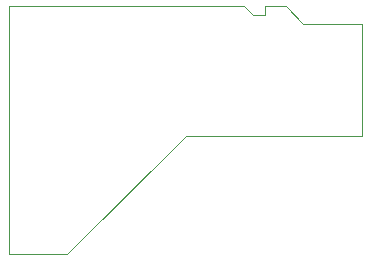
<source format=gbr>
%TF.GenerationSoftware,KiCad,Pcbnew,(7.0.0-0)*%
%TF.CreationDate,2023-03-26T17:43:22+02:00*%
%TF.ProjectId,microsdcard_sub,6d696372-6f73-4646-9361-72645f737562,rev?*%
%TF.SameCoordinates,Original*%
%TF.FileFunction,Profile,NP*%
%FSLAX46Y46*%
G04 Gerber Fmt 4.6, Leading zero omitted, Abs format (unit mm)*
G04 Created by KiCad (PCBNEW (7.0.0-0)) date 2023-03-26 17:43:22*
%MOMM*%
%LPD*%
G01*
G04 APERTURE LIST*
%TA.AperFunction,Profile*%
%ADD10C,0.050000*%
%TD*%
G04 APERTURE END LIST*
D10*
X96000000Y-59250000D02*
X97000000Y-59250000D01*
X95250000Y-58500000D02*
X96000000Y-59250000D01*
X80264000Y-79505400D02*
X90322400Y-69447000D01*
X90322400Y-69447000D02*
X105250000Y-69447000D01*
X97000000Y-59250000D02*
X97000000Y-58500000D01*
X97000000Y-58500000D02*
X98750000Y-58500000D01*
X75336400Y-79505400D02*
X80264000Y-79505400D01*
X95250000Y-58500000D02*
X75336400Y-58500000D01*
X98750000Y-58500000D02*
X100250000Y-60000000D01*
X75336400Y-58500000D02*
X75336400Y-79505400D01*
X105250000Y-60000000D02*
X105250000Y-69443600D01*
X100250000Y-60000000D02*
X105250000Y-60000000D01*
M02*

</source>
